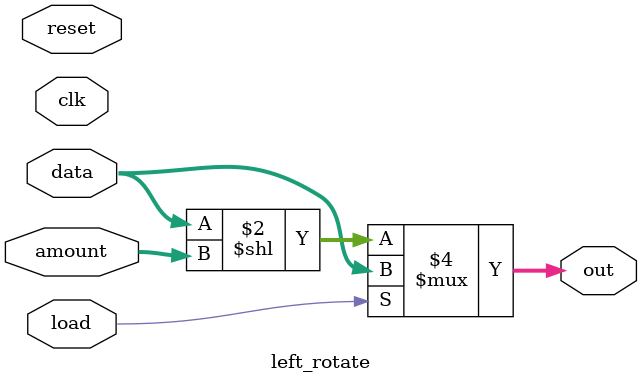
<source format=v>
module left_rotate(clk,reset,amount,data,load,out);
input clk,reset;
input [2:0] amount;
input [7:0] data;
input load;
output reg [7:0] out;
// when load is high, load data to out
// otherwise rotate the out register followed by left shift the out register by amount bits
always @ (clk, reset)
begin
    if (load)
        out <= data;
    else
        out <= (data << amount);
end
endmodule

</source>
